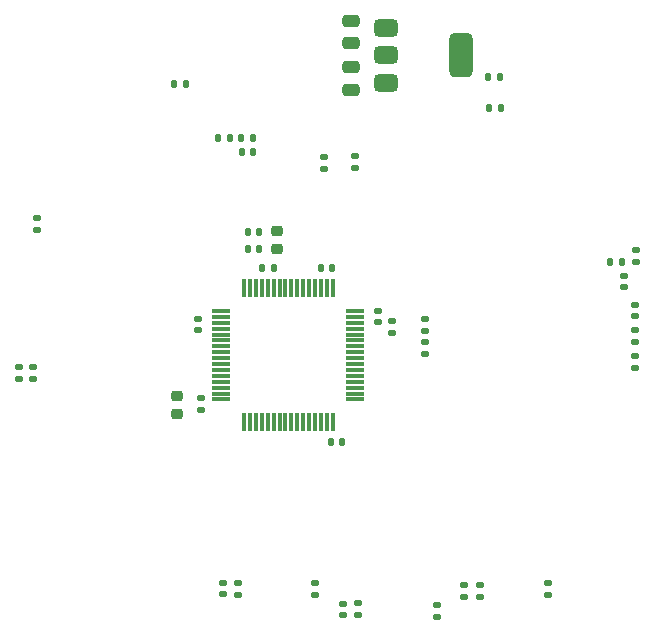
<source format=gtp>
%TF.GenerationSoftware,KiCad,Pcbnew,8.0.4*%
%TF.CreationDate,2024-08-27T21:01:55+02:00*%
%TF.ProjectId,smartEggTimer,736d6172-7445-4676-9754-696d65722e6b,rev?*%
%TF.SameCoordinates,Original*%
%TF.FileFunction,Paste,Top*%
%TF.FilePolarity,Positive*%
%FSLAX46Y46*%
G04 Gerber Fmt 4.6, Leading zero omitted, Abs format (unit mm)*
G04 Created by KiCad (PCBNEW 8.0.4) date 2024-08-27 21:01:55*
%MOMM*%
%LPD*%
G01*
G04 APERTURE LIST*
G04 Aperture macros list*
%AMRoundRect*
0 Rectangle with rounded corners*
0 $1 Rounding radius*
0 $2 $3 $4 $5 $6 $7 $8 $9 X,Y pos of 4 corners*
0 Add a 4 corners polygon primitive as box body*
4,1,4,$2,$3,$4,$5,$6,$7,$8,$9,$2,$3,0*
0 Add four circle primitives for the rounded corners*
1,1,$1+$1,$2,$3*
1,1,$1+$1,$4,$5*
1,1,$1+$1,$6,$7*
1,1,$1+$1,$8,$9*
0 Add four rect primitives between the rounded corners*
20,1,$1+$1,$2,$3,$4,$5,0*
20,1,$1+$1,$4,$5,$6,$7,0*
20,1,$1+$1,$6,$7,$8,$9,0*
20,1,$1+$1,$8,$9,$2,$3,0*%
G04 Aperture macros list end*
%ADD10RoundRect,0.135000X0.185000X-0.135000X0.185000X0.135000X-0.185000X0.135000X-0.185000X-0.135000X0*%
%ADD11RoundRect,0.135000X-0.135000X-0.185000X0.135000X-0.185000X0.135000X0.185000X-0.135000X0.185000X0*%
%ADD12RoundRect,0.140000X-0.140000X-0.170000X0.140000X-0.170000X0.140000X0.170000X-0.140000X0.170000X0*%
%ADD13RoundRect,0.135000X-0.185000X0.135000X-0.185000X-0.135000X0.185000X-0.135000X0.185000X0.135000X0*%
%ADD14RoundRect,0.140000X0.140000X0.170000X-0.140000X0.170000X-0.140000X-0.170000X0.140000X-0.170000X0*%
%ADD15RoundRect,0.375000X-0.625000X-0.375000X0.625000X-0.375000X0.625000X0.375000X-0.625000X0.375000X0*%
%ADD16RoundRect,0.500000X-0.500000X-1.400000X0.500000X-1.400000X0.500000X1.400000X-0.500000X1.400000X0*%
%ADD17RoundRect,0.140000X-0.170000X0.140000X-0.170000X-0.140000X0.170000X-0.140000X0.170000X0.140000X0*%
%ADD18RoundRect,0.140000X0.170000X-0.140000X0.170000X0.140000X-0.170000X0.140000X-0.170000X-0.140000X0*%
%ADD19RoundRect,0.075000X-0.075000X0.700000X-0.075000X-0.700000X0.075000X-0.700000X0.075000X0.700000X0*%
%ADD20RoundRect,0.075000X-0.700000X0.075000X-0.700000X-0.075000X0.700000X-0.075000X0.700000X0.075000X0*%
%ADD21RoundRect,0.250000X-0.475000X0.250000X-0.475000X-0.250000X0.475000X-0.250000X0.475000X0.250000X0*%
%ADD22RoundRect,0.135000X0.135000X0.185000X-0.135000X0.185000X-0.135000X-0.185000X0.135000X-0.185000X0*%
%ADD23RoundRect,0.225000X0.250000X-0.225000X0.250000X0.225000X-0.250000X0.225000X-0.250000X-0.225000X0*%
%ADD24RoundRect,0.218750X0.256250X-0.218750X0.256250X0.218750X-0.256250X0.218750X-0.256250X-0.218750X0*%
%ADD25RoundRect,0.250000X0.475000X-0.250000X0.475000X0.250000X-0.475000X0.250000X-0.475000X-0.250000X0*%
G04 APERTURE END LIST*
D10*
%TO.C,R11*%
X120575000Y-106085000D03*
X120575000Y-105065000D03*
%TD*%
D11*
%TO.C,R12*%
X87275000Y-86585000D03*
X88295000Y-86585000D03*
%TD*%
D12*
%TO.C,C7*%
X89056800Y-97615000D03*
X90016800Y-97615000D03*
%TD*%
D10*
%TO.C,R10*%
X120575000Y-103885000D03*
X120575000Y-102865000D03*
%TD*%
D13*
%TO.C,R8*%
X120685000Y-96095000D03*
X120685000Y-97115000D03*
%TD*%
D10*
%TO.C,R20*%
X113250000Y-125250000D03*
X113250000Y-124230000D03*
%TD*%
%TO.C,R14*%
X70000000Y-94400000D03*
X70000000Y-93380000D03*
%TD*%
D14*
%TO.C,C3*%
X95800000Y-112365000D03*
X94840000Y-112365000D03*
%TD*%
D10*
%TO.C,R16*%
X103816400Y-127119600D03*
X103816400Y-126099600D03*
%TD*%
D15*
%TO.C,U2*%
X99550000Y-77300000D03*
X99550000Y-79600000D03*
D16*
X105850000Y-79600000D03*
D15*
X99550000Y-81900000D03*
%TD*%
D17*
%TO.C,C17*%
X85750000Y-124270000D03*
X85750000Y-125230000D03*
%TD*%
D11*
%TO.C,R1*%
X81540000Y-82050000D03*
X82560000Y-82050000D03*
%TD*%
%TO.C,R5*%
X108230000Y-84050000D03*
X109250000Y-84050000D03*
%TD*%
D10*
%TO.C,R15*%
X69600000Y-107000000D03*
X69600000Y-105980000D03*
%TD*%
D13*
%TO.C,R23*%
X96900000Y-88125000D03*
X96900000Y-89145000D03*
%TD*%
D12*
%TO.C,C14*%
X87335000Y-87785000D03*
X88295000Y-87785000D03*
%TD*%
D13*
%TO.C,R7*%
X102800000Y-101890000D03*
X102800000Y-102910000D03*
%TD*%
D14*
%TO.C,C9*%
X88770000Y-94555000D03*
X87810000Y-94555000D03*
%TD*%
D18*
%TO.C,C2*%
X83820000Y-109595000D03*
X83820000Y-108635000D03*
%TD*%
D19*
%TO.C,U1*%
X95010000Y-99305000D03*
X94510000Y-99305000D03*
X94010000Y-99305000D03*
X93510000Y-99305000D03*
X93010000Y-99305000D03*
X92510000Y-99305000D03*
X92010000Y-99305000D03*
X91510000Y-99305000D03*
X91010000Y-99305000D03*
X90510000Y-99305000D03*
X90010000Y-99305000D03*
X89510000Y-99305000D03*
X89010000Y-99305000D03*
X88510000Y-99305000D03*
X88010000Y-99305000D03*
X87510000Y-99305000D03*
D20*
X85585000Y-101230000D03*
X85585000Y-101730000D03*
X85585000Y-102230000D03*
X85585000Y-102730000D03*
X85585000Y-103230000D03*
X85585000Y-103730000D03*
X85585000Y-104230000D03*
X85585000Y-104730000D03*
X85585000Y-105230000D03*
X85585000Y-105730000D03*
X85585000Y-106230000D03*
X85585000Y-106730000D03*
X85585000Y-107230000D03*
X85585000Y-107730000D03*
X85585000Y-108230000D03*
X85585000Y-108730000D03*
D19*
X87510000Y-110655000D03*
X88010000Y-110655000D03*
X88510000Y-110655000D03*
X89010000Y-110655000D03*
X89510000Y-110655000D03*
X90010000Y-110655000D03*
X90510000Y-110655000D03*
X91010000Y-110655000D03*
X91510000Y-110655000D03*
X92010000Y-110655000D03*
X92510000Y-110655000D03*
X93010000Y-110655000D03*
X93510000Y-110655000D03*
X94010000Y-110655000D03*
X94510000Y-110655000D03*
X95010000Y-110655000D03*
D20*
X96935000Y-108730000D03*
X96935000Y-108230000D03*
X96935000Y-107730000D03*
X96935000Y-107230000D03*
X96935000Y-106730000D03*
X96935000Y-106230000D03*
X96935000Y-105730000D03*
X96935000Y-105230000D03*
X96935000Y-104730000D03*
X96935000Y-104230000D03*
X96935000Y-103730000D03*
X96935000Y-103230000D03*
X96935000Y-102730000D03*
X96935000Y-102230000D03*
X96935000Y-101730000D03*
X96935000Y-101230000D03*
%TD*%
D11*
%TO.C,R13*%
X85305000Y-86585000D03*
X86325000Y-86585000D03*
%TD*%
D17*
%TO.C,C6*%
X98820000Y-101230000D03*
X98820000Y-102190000D03*
%TD*%
%TO.C,C13*%
X120575000Y-100720000D03*
X120575000Y-101680000D03*
%TD*%
D18*
%TO.C,C4*%
X83570000Y-102845000D03*
X83570000Y-101885000D03*
%TD*%
D13*
%TO.C,R2*%
X100060000Y-102105000D03*
X100060000Y-103125000D03*
%TD*%
D21*
%TO.C,C10*%
X96550000Y-76667500D03*
X96550000Y-78567500D03*
%TD*%
D18*
%TO.C,C15*%
X68475000Y-106970000D03*
X68475000Y-106010000D03*
%TD*%
D22*
%TO.C,R9*%
X119470000Y-97130000D03*
X118450000Y-97130000D03*
%TD*%
D13*
%TO.C,R22*%
X94300000Y-88215000D03*
X94300000Y-89235000D03*
%TD*%
D17*
%TO.C,C12*%
X119685000Y-98270000D03*
X119685000Y-99230000D03*
%TD*%
D13*
%TO.C,R21*%
X107500000Y-124430000D03*
X107500000Y-125450000D03*
%TD*%
D14*
%TO.C,C8*%
X88780000Y-95955000D03*
X87820000Y-95955000D03*
%TD*%
D17*
%TO.C,C16*%
X95917000Y-126020000D03*
X95917000Y-126980000D03*
%TD*%
D14*
%TO.C,C5*%
X94940000Y-97615000D03*
X93980000Y-97615000D03*
%TD*%
D13*
%TO.C,R17*%
X97187000Y-125990000D03*
X97187000Y-127010000D03*
%TD*%
D10*
%TO.C,R6*%
X102800000Y-104910000D03*
X102800000Y-103890000D03*
%TD*%
D23*
%TO.C,C1*%
X81800000Y-109975000D03*
X81800000Y-108425000D03*
%TD*%
D13*
%TO.C,R19*%
X87000000Y-124240000D03*
X87000000Y-125260000D03*
%TD*%
D17*
%TO.C,C18*%
X106165000Y-124460000D03*
X106165000Y-125420000D03*
%TD*%
D24*
%TO.C,FB1*%
X90260000Y-96030000D03*
X90260000Y-94455000D03*
%TD*%
D25*
%TO.C,C11*%
X96550000Y-82505000D03*
X96550000Y-80605000D03*
%TD*%
D10*
%TO.C,R18*%
X93500000Y-125260000D03*
X93500000Y-124240000D03*
%TD*%
D22*
%TO.C,R4*%
X109160000Y-81450000D03*
X108140000Y-81450000D03*
%TD*%
M02*

</source>
